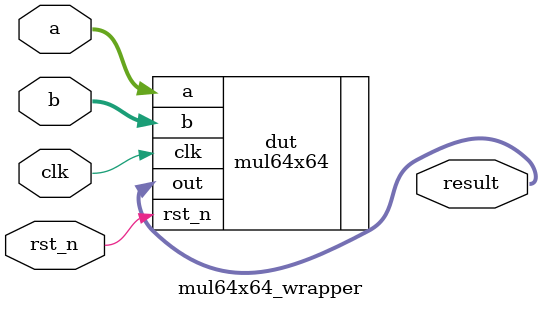
<source format=v>
module mul64x64_wrapper(
    input wire clk,
    input wire rst_n,
    input wire [63:0] a,
    input wire [63:0] b,
    output wire [127:0] result
    );
    
 mul64x64 dut (
    .clk  (clk),
    .rst_n(rst_n),
    .a    (a),
    .b    (b),
    .out  (result)
  );

endmodule
</source>
